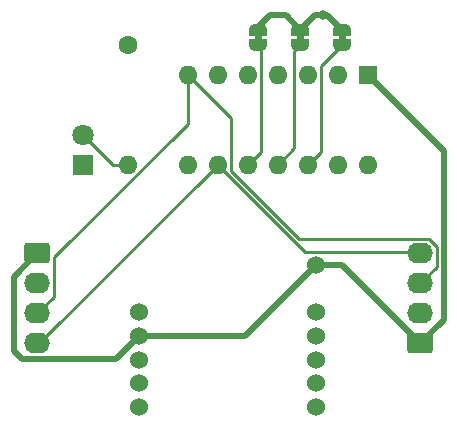
<source format=gtl>
%TF.GenerationSoftware,KiCad,Pcbnew,7.0.7*%
%TF.CreationDate,2023-09-28T15:49:41-05:00*%
%TF.ProjectId,iowa-rover-kiosk-rfid,696f7761-2d72-46f7-9665-722d6b696f73,rev?*%
%TF.SameCoordinates,Original*%
%TF.FileFunction,Copper,L1,Top*%
%TF.FilePolarity,Positive*%
%FSLAX46Y46*%
G04 Gerber Fmt 4.6, Leading zero omitted, Abs format (unit mm)*
G04 Created by KiCad (PCBNEW 7.0.7) date 2023-09-28 15:49:41*
%MOMM*%
%LPD*%
G01*
G04 APERTURE LIST*
G04 Aperture macros list*
%AMRoundRect*
0 Rectangle with rounded corners*
0 $1 Rounding radius*
0 $2 $3 $4 $5 $6 $7 $8 $9 X,Y pos of 4 corners*
0 Add a 4 corners polygon primitive as box body*
4,1,4,$2,$3,$4,$5,$6,$7,$8,$9,$2,$3,0*
0 Add four circle primitives for the rounded corners*
1,1,$1+$1,$2,$3*
1,1,$1+$1,$4,$5*
1,1,$1+$1,$6,$7*
1,1,$1+$1,$8,$9*
0 Add four rect primitives between the rounded corners*
20,1,$1+$1,$2,$3,$4,$5,0*
20,1,$1+$1,$4,$5,$6,$7,0*
20,1,$1+$1,$6,$7,$8,$9,0*
20,1,$1+$1,$8,$9,$2,$3,0*%
%AMFreePoly0*
4,1,19,0.500000,-0.750000,0.000000,-0.750000,0.000000,-0.744911,-0.071157,-0.744911,-0.207708,-0.704816,-0.327430,-0.627875,-0.420627,-0.520320,-0.479746,-0.390866,-0.500000,-0.250000,-0.500000,0.250000,-0.479746,0.390866,-0.420627,0.520320,-0.327430,0.627875,-0.207708,0.704816,-0.071157,0.744911,0.000000,0.744911,0.000000,0.750000,0.500000,0.750000,0.500000,-0.750000,0.500000,-0.750000,
$1*%
%AMFreePoly1*
4,1,19,0.000000,0.744911,0.071157,0.744911,0.207708,0.704816,0.327430,0.627875,0.420627,0.520320,0.479746,0.390866,0.500000,0.250000,0.500000,-0.250000,0.479746,-0.390866,0.420627,-0.520320,0.327430,-0.627875,0.207708,-0.704816,0.071157,-0.744911,0.000000,-0.744911,0.000000,-0.750000,-0.500000,-0.750000,-0.500000,0.750000,0.000000,0.750000,0.000000,0.744911,0.000000,0.744911,
$1*%
G04 Aperture macros list end*
%TA.AperFunction,ComponentPad*%
%ADD10RoundRect,0.250000X-0.845000X0.620000X-0.845000X-0.620000X0.845000X-0.620000X0.845000X0.620000X0*%
%TD*%
%TA.AperFunction,ComponentPad*%
%ADD11O,2.190000X1.740000*%
%TD*%
%TA.AperFunction,ComponentPad*%
%ADD12C,1.524000*%
%TD*%
%TA.AperFunction,SMDPad,CuDef*%
%ADD13FreePoly0,270.000000*%
%TD*%
%TA.AperFunction,SMDPad,CuDef*%
%ADD14FreePoly1,270.000000*%
%TD*%
%TA.AperFunction,ComponentPad*%
%ADD15C,1.600000*%
%TD*%
%TA.AperFunction,ComponentPad*%
%ADD16O,1.600000X1.600000*%
%TD*%
%TA.AperFunction,ComponentPad*%
%ADD17R,1.800000X1.800000*%
%TD*%
%TA.AperFunction,ComponentPad*%
%ADD18C,1.800000*%
%TD*%
%TA.AperFunction,ComponentPad*%
%ADD19RoundRect,0.250000X0.845000X-0.620000X0.845000X0.620000X-0.845000X0.620000X-0.845000X-0.620000X0*%
%TD*%
%TA.AperFunction,ComponentPad*%
%ADD20R,1.600000X1.600000*%
%TD*%
%TA.AperFunction,ViaPad*%
%ADD21C,0.800000*%
%TD*%
%TA.AperFunction,Conductor*%
%ADD22C,0.500000*%
%TD*%
%TA.AperFunction,Conductor*%
%ADD23C,0.250000*%
%TD*%
G04 APERTURE END LIST*
%TA.AperFunction,EtchedComponent*%
%TO.C,JP3*%
G36*
X121845000Y-32620000D02*
G01*
X121245000Y-32620000D01*
X121245000Y-32120000D01*
X121845000Y-32120000D01*
X121845000Y-32620000D01*
G37*
%TD.AperFunction*%
%TA.AperFunction,EtchedComponent*%
%TO.C,JP1*%
G36*
X128945000Y-32620000D02*
G01*
X128345000Y-32620000D01*
X128345000Y-32120000D01*
X128945000Y-32120000D01*
X128945000Y-32620000D01*
G37*
%TD.AperFunction*%
%TA.AperFunction,EtchedComponent*%
%TO.C,JP2*%
G36*
X125395000Y-32620000D02*
G01*
X124795000Y-32620000D01*
X124795000Y-32120000D01*
X125395000Y-32120000D01*
X125395000Y-32620000D01*
G37*
%TD.AperFunction*%
%TD*%
D10*
%TO.P,J1,1,Pin_1*%
%TO.N,+5V*%
X102850000Y-50665000D03*
D11*
%TO.P,J1,2,Pin_2*%
%TO.N,GND*%
X102850000Y-53205000D03*
%TO.P,J1,3,Pin_3*%
%TO.N,/SDA*%
X102850000Y-55745000D03*
%TO.P,J1,4,Pin_4*%
%TO.N,/SCL*%
X102850000Y-58285000D03*
%TD*%
D12*
%TO.P,U1,1,GND*%
%TO.N,GND*%
X111465000Y-55665000D03*
%TO.P,U1,2,RES*%
%TO.N,+5V*%
X111465000Y-57665000D03*
%TO.P,U1,3*%
%TO.N,unconnected-(U1-Pad3)*%
X111465000Y-59665000D03*
%TO.P,U1,4*%
%TO.N,unconnected-(U1-Pad4)*%
X111465000Y-61665000D03*
%TO.P,U1,5,CP*%
%TO.N,unconnected-(U1-CP-Pad5)*%
X111465000Y-63665000D03*
%TO.P,U1,6,TIR*%
%TO.N,unconnected-(U1-TIR-Pad6)*%
X126465000Y-63665000D03*
%TO.P,U1,7,FMT*%
%TO.N,GND*%
X126465000Y-61665000D03*
%TO.P,U1,8,D1*%
%TO.N,unconnected-(U1-D1-Pad8)*%
X126465000Y-59665000D03*
%TO.P,U1,9,D0*%
%TO.N,Net-(U1-D0)*%
X126465000Y-57665000D03*
%TO.P,U1,10,READ*%
%TO.N,unconnected-(U1-READ-Pad10)*%
X126465000Y-55665000D03*
%TO.P,U1,11,PWR*%
%TO.N,+5V*%
X126465000Y-51665000D03*
%TD*%
D13*
%TO.P,JP3,1,A*%
%TO.N,GND*%
X121545000Y-31720000D03*
D14*
%TO.P,JP3,2,B*%
%TO.N,Net-(JP3-B)*%
X121545000Y-33020000D03*
%TD*%
D15*
%TO.P,R1,1*%
%TO.N,Net-(U2-XTAL1{slash}PB0)*%
X110490000Y-33020000D03*
D16*
%TO.P,R1,2*%
%TO.N,Net-(D1-A)*%
X110490000Y-43180000D03*
%TD*%
D17*
%TO.P,D1,1,K*%
%TO.N,GND*%
X106680000Y-43180000D03*
D18*
%TO.P,D1,2,A*%
%TO.N,Net-(D1-A)*%
X106680000Y-40640000D03*
%TD*%
D13*
%TO.P,JP1,1,A*%
%TO.N,GND*%
X128645000Y-31720000D03*
D14*
%TO.P,JP1,2,B*%
%TO.N,Net-(JP1-B)*%
X128645000Y-33020000D03*
%TD*%
D13*
%TO.P,JP2,1,A*%
%TO.N,GND*%
X125095000Y-31720000D03*
D14*
%TO.P,JP2,2,B*%
%TO.N,Net-(JP2-B)*%
X125095000Y-33020000D03*
%TD*%
D19*
%TO.P,J2,1,Pin_1*%
%TO.N,+5V*%
X135255000Y-58285000D03*
D11*
%TO.P,J2,2,Pin_2*%
%TO.N,GND*%
X135255000Y-55745000D03*
%TO.P,J2,3,Pin_3*%
%TO.N,/SDA*%
X135255000Y-53205000D03*
%TO.P,J2,4,Pin_4*%
%TO.N,/SCL*%
X135255000Y-50665000D03*
%TD*%
D20*
%TO.P,U2,1,VCC*%
%TO.N,+5V*%
X130815000Y-35570000D03*
D16*
%TO.P,U2,2,XTAL1/PB0*%
%TO.N,Net-(U2-XTAL1{slash}PB0)*%
X128275000Y-35570000D03*
%TO.P,U2,3,XTAL2/PB1*%
%TO.N,unconnected-(U2-XTAL2{slash}PB1-Pad3)*%
X125735000Y-35570000D03*
%TO.P,U2,4,~{RESET}/PB3*%
%TO.N,unconnected-(U2-~{RESET}{slash}PB3-Pad4)*%
X123195000Y-35570000D03*
%TO.P,U2,5,PB2*%
%TO.N,unconnected-(U2-PB2-Pad5)*%
X120655000Y-35570000D03*
%TO.P,U2,6,PA7*%
%TO.N,unconnected-(U2-PA7-Pad6)*%
X118115000Y-35570000D03*
%TO.P,U2,7,PA6*%
%TO.N,/SDA*%
X115575000Y-35570000D03*
%TO.P,U2,8,PA5*%
%TO.N,unconnected-(U2-PA5-Pad8)*%
X115575000Y-43190000D03*
%TO.P,U2,9,PA4*%
%TO.N,/SCL*%
X118115000Y-43190000D03*
%TO.P,U2,10,PA3*%
%TO.N,Net-(JP3-B)*%
X120655000Y-43190000D03*
%TO.P,U2,11,PA2*%
%TO.N,Net-(JP2-B)*%
X123195000Y-43190000D03*
%TO.P,U2,12,PA1*%
%TO.N,Net-(JP1-B)*%
X125735000Y-43190000D03*
%TO.P,U2,13,AREF/PA0*%
%TO.N,Net-(U1-D0)*%
X128275000Y-43190000D03*
%TO.P,U2,14,GND*%
%TO.N,GND*%
X130815000Y-43190000D03*
%TD*%
D21*
%TO.N,GND*%
X127000000Y-30480000D03*
%TD*%
D22*
%TO.N,GND*%
X121545000Y-31720000D02*
X121545000Y-31490000D01*
X127405000Y-30480000D02*
X128645000Y-31720000D01*
X123855000Y-30480000D02*
X125095000Y-31720000D01*
X127000000Y-30480000D02*
X127405000Y-30480000D01*
X125095000Y-31720000D02*
X126335000Y-30480000D01*
X126335000Y-30480000D02*
X127000000Y-30480000D01*
X122555000Y-30480000D02*
X123855000Y-30480000D01*
X121545000Y-31490000D02*
X122555000Y-30480000D01*
D23*
%TO.N,Net-(D1-A)*%
X110490000Y-43180000D02*
X109220000Y-43180000D01*
X109220000Y-43180000D02*
X106680000Y-40640000D01*
D22*
%TO.N,+5V*%
X137250000Y-56290000D02*
X135255000Y-58285000D01*
X120465000Y-57665000D02*
X126465000Y-51665000D01*
X100855000Y-58945000D02*
X101515000Y-59605000D01*
X101515000Y-59605000D02*
X109525000Y-59605000D01*
X128635000Y-51665000D02*
X135255000Y-58285000D01*
X126465000Y-51665000D02*
X128635000Y-51665000D01*
X137250000Y-42005000D02*
X137250000Y-56290000D01*
X130815000Y-35570000D02*
X137250000Y-42005000D01*
X100855000Y-52660000D02*
X100855000Y-58945000D01*
X109525000Y-59605000D02*
X111465000Y-57665000D01*
X111465000Y-57665000D02*
X120465000Y-57665000D01*
X102850000Y-50665000D02*
X100855000Y-52660000D01*
D23*
%TO.N,/SDA*%
X104270000Y-50990991D02*
X104270000Y-54325000D01*
X115575000Y-35570000D02*
X115575000Y-39685991D01*
X104270000Y-54325000D02*
X102850000Y-55745000D01*
X136675000Y-51785000D02*
X135255000Y-53205000D01*
X115575000Y-35570000D02*
X119240000Y-39235000D01*
X119240000Y-43678604D02*
X125031396Y-49470000D01*
X125031396Y-49470000D02*
X135974985Y-49470000D01*
X136675000Y-50170015D02*
X136675000Y-51785000D01*
X135974985Y-49470000D02*
X136675000Y-50170015D01*
X119240000Y-39235000D02*
X119240000Y-43678604D01*
X115575000Y-39685991D02*
X104270000Y-50990991D01*
%TO.N,/SCL*%
X118115000Y-43190000D02*
X103020000Y-58285000D01*
X135168000Y-50578000D02*
X135255000Y-50665000D01*
X125503000Y-50578000D02*
X135168000Y-50578000D01*
X103020000Y-58285000D02*
X102850000Y-58285000D01*
X118115000Y-43190000D02*
X125503000Y-50578000D01*
%TO.N,Net-(JP1-B)*%
X126860000Y-34805000D02*
X126860000Y-42065000D01*
X126860000Y-42065000D02*
X125735000Y-43190000D01*
X128645000Y-33020000D02*
X126860000Y-34805000D01*
%TO.N,Net-(JP2-B)*%
X125095000Y-33020000D02*
X124610000Y-33505000D01*
X124610000Y-41775000D02*
X123195000Y-43190000D01*
X124610000Y-33505000D02*
X124610000Y-41775000D01*
%TO.N,Net-(JP3-B)*%
X121780000Y-33255000D02*
X121780000Y-42065000D01*
X121780000Y-42065000D02*
X120655000Y-43190000D01*
X121545000Y-33020000D02*
X121780000Y-33255000D01*
%TD*%
M02*

</source>
